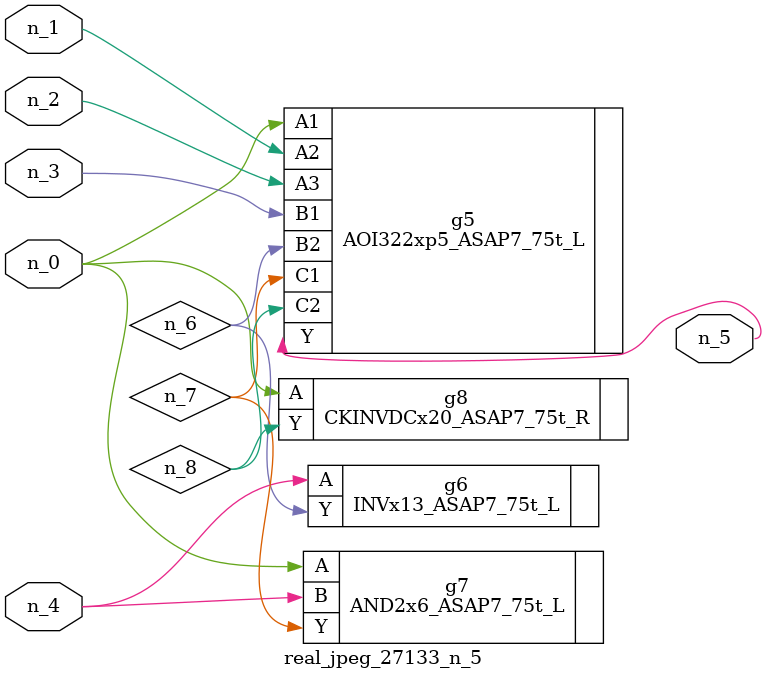
<source format=v>
module real_jpeg_27133_n_5 (n_4, n_0, n_1, n_2, n_3, n_5);

input n_4;
input n_0;
input n_1;
input n_2;
input n_3;

output n_5;

wire n_8;
wire n_6;
wire n_7;

AOI322xp5_ASAP7_75t_L g5 ( 
.A1(n_0),
.A2(n_1),
.A3(n_2),
.B1(n_3),
.B2(n_6),
.C1(n_7),
.C2(n_8),
.Y(n_5)
);

AND2x6_ASAP7_75t_L g7 ( 
.A(n_0),
.B(n_4),
.Y(n_7)
);

CKINVDCx20_ASAP7_75t_R g8 ( 
.A(n_0),
.Y(n_8)
);

INVx13_ASAP7_75t_L g6 ( 
.A(n_4),
.Y(n_6)
);


endmodule
</source>
